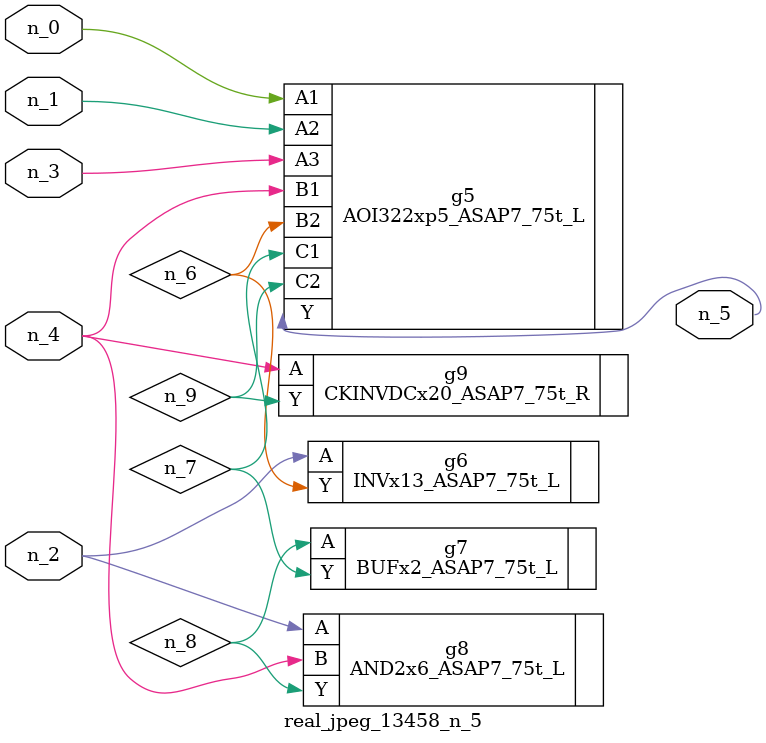
<source format=v>
module real_jpeg_13458_n_5 (n_4, n_0, n_1, n_2, n_3, n_5);

input n_4;
input n_0;
input n_1;
input n_2;
input n_3;

output n_5;

wire n_8;
wire n_6;
wire n_7;
wire n_9;

AOI322xp5_ASAP7_75t_L g5 ( 
.A1(n_0),
.A2(n_1),
.A3(n_3),
.B1(n_4),
.B2(n_6),
.C1(n_7),
.C2(n_9),
.Y(n_5)
);

INVx13_ASAP7_75t_L g6 ( 
.A(n_2),
.Y(n_6)
);

AND2x6_ASAP7_75t_L g8 ( 
.A(n_2),
.B(n_4),
.Y(n_8)
);

CKINVDCx20_ASAP7_75t_R g9 ( 
.A(n_4),
.Y(n_9)
);

BUFx2_ASAP7_75t_L g7 ( 
.A(n_8),
.Y(n_7)
);


endmodule
</source>
